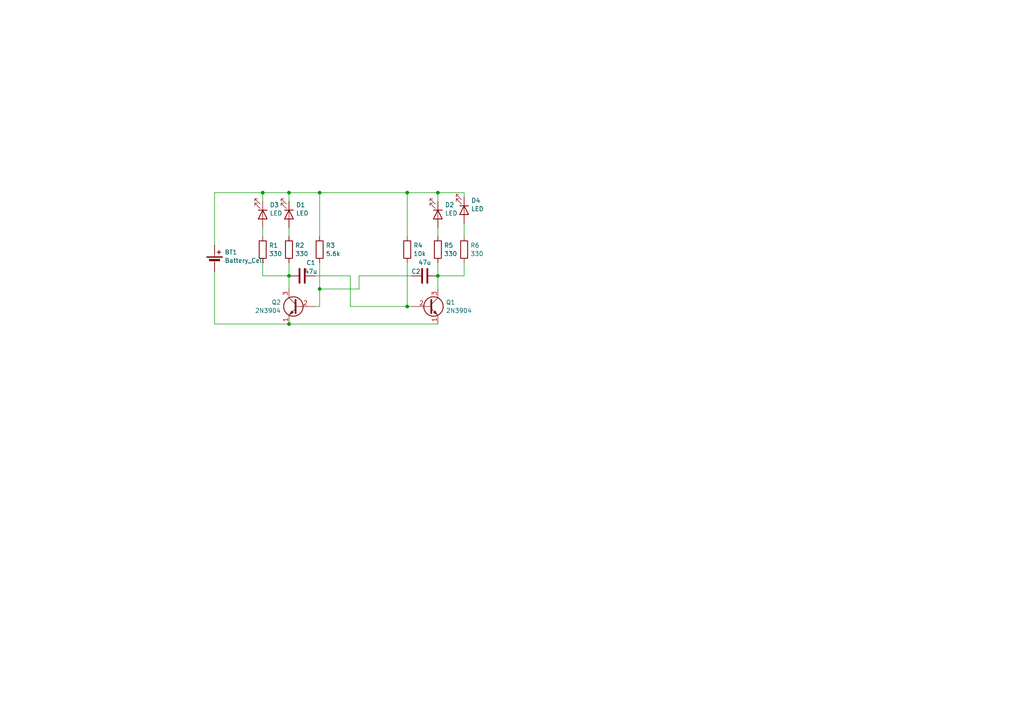
<source format=kicad_sch>
(kicad_sch (version 20230121) (generator eeschema)

  (uuid 0a078488-cdd6-429c-bf05-369b40636264)

  (paper "A4")

  (lib_symbols
    (symbol "Device:Battery_Cell" (pin_numbers hide) (pin_names (offset 0) hide) (in_bom yes) (on_board yes)
      (property "Reference" "BT" (at 2.54 2.54 0)
        (effects (font (size 1.27 1.27)) (justify left))
      )
      (property "Value" "Battery_Cell" (at 2.54 0 0)
        (effects (font (size 1.27 1.27)) (justify left))
      )
      (property "Footprint" "" (at 0 1.524 90)
        (effects (font (size 1.27 1.27)) hide)
      )
      (property "Datasheet" "~" (at 0 1.524 90)
        (effects (font (size 1.27 1.27)) hide)
      )
      (property "ki_keywords" "battery cell" (at 0 0 0)
        (effects (font (size 1.27 1.27)) hide)
      )
      (property "ki_description" "Single-cell battery" (at 0 0 0)
        (effects (font (size 1.27 1.27)) hide)
      )
      (symbol "Battery_Cell_0_1"
        (rectangle (start -2.286 1.778) (end 2.286 1.524)
          (stroke (width 0) (type default))
          (fill (type outline))
        )
        (rectangle (start -1.524 1.016) (end 1.524 0.508)
          (stroke (width 0) (type default))
          (fill (type outline))
        )
        (polyline
          (pts
            (xy 0 0.762)
            (xy 0 0)
          )
          (stroke (width 0) (type default))
          (fill (type none))
        )
        (polyline
          (pts
            (xy 0 1.778)
            (xy 0 2.54)
          )
          (stroke (width 0) (type default))
          (fill (type none))
        )
        (polyline
          (pts
            (xy 0.762 3.048)
            (xy 1.778 3.048)
          )
          (stroke (width 0.254) (type default))
          (fill (type none))
        )
        (polyline
          (pts
            (xy 1.27 3.556)
            (xy 1.27 2.54)
          )
          (stroke (width 0.254) (type default))
          (fill (type none))
        )
      )
      (symbol "Battery_Cell_1_1"
        (pin passive line (at 0 5.08 270) (length 2.54)
          (name "+" (effects (font (size 1.27 1.27))))
          (number "1" (effects (font (size 1.27 1.27))))
        )
        (pin passive line (at 0 -2.54 90) (length 2.54)
          (name "-" (effects (font (size 1.27 1.27))))
          (number "2" (effects (font (size 1.27 1.27))))
        )
      )
    )
    (symbol "Device:C" (pin_numbers hide) (pin_names (offset 0.254)) (in_bom yes) (on_board yes)
      (property "Reference" "C" (at 0.635 2.54 0)
        (effects (font (size 1.27 1.27)) (justify left))
      )
      (property "Value" "C" (at 0.635 -2.54 0)
        (effects (font (size 1.27 1.27)) (justify left))
      )
      (property "Footprint" "" (at 0.9652 -3.81 0)
        (effects (font (size 1.27 1.27)) hide)
      )
      (property "Datasheet" "~" (at 0 0 0)
        (effects (font (size 1.27 1.27)) hide)
      )
      (property "ki_keywords" "cap capacitor" (at 0 0 0)
        (effects (font (size 1.27 1.27)) hide)
      )
      (property "ki_description" "Unpolarized capacitor" (at 0 0 0)
        (effects (font (size 1.27 1.27)) hide)
      )
      (property "ki_fp_filters" "C_*" (at 0 0 0)
        (effects (font (size 1.27 1.27)) hide)
      )
      (symbol "C_0_1"
        (polyline
          (pts
            (xy -2.032 -0.762)
            (xy 2.032 -0.762)
          )
          (stroke (width 0.508) (type default))
          (fill (type none))
        )
        (polyline
          (pts
            (xy -2.032 0.762)
            (xy 2.032 0.762)
          )
          (stroke (width 0.508) (type default))
          (fill (type none))
        )
      )
      (symbol "C_1_1"
        (pin passive line (at 0 3.81 270) (length 2.794)
          (name "~" (effects (font (size 1.27 1.27))))
          (number "1" (effects (font (size 1.27 1.27))))
        )
        (pin passive line (at 0 -3.81 90) (length 2.794)
          (name "~" (effects (font (size 1.27 1.27))))
          (number "2" (effects (font (size 1.27 1.27))))
        )
      )
    )
    (symbol "Device:LED" (pin_numbers hide) (pin_names (offset 1.016) hide) (in_bom yes) (on_board yes)
      (property "Reference" "D" (at 0 2.54 0)
        (effects (font (size 1.27 1.27)))
      )
      (property "Value" "LED" (at 0 -2.54 0)
        (effects (font (size 1.27 1.27)))
      )
      (property "Footprint" "" (at 0 0 0)
        (effects (font (size 1.27 1.27)) hide)
      )
      (property "Datasheet" "~" (at 0 0 0)
        (effects (font (size 1.27 1.27)) hide)
      )
      (property "ki_keywords" "LED diode" (at 0 0 0)
        (effects (font (size 1.27 1.27)) hide)
      )
      (property "ki_description" "Light emitting diode" (at 0 0 0)
        (effects (font (size 1.27 1.27)) hide)
      )
      (property "ki_fp_filters" "LED* LED_SMD:* LED_THT:*" (at 0 0 0)
        (effects (font (size 1.27 1.27)) hide)
      )
      (symbol "LED_0_1"
        (polyline
          (pts
            (xy -1.27 -1.27)
            (xy -1.27 1.27)
          )
          (stroke (width 0.254) (type default))
          (fill (type none))
        )
        (polyline
          (pts
            (xy -1.27 0)
            (xy 1.27 0)
          )
          (stroke (width 0) (type default))
          (fill (type none))
        )
        (polyline
          (pts
            (xy 1.27 -1.27)
            (xy 1.27 1.27)
            (xy -1.27 0)
            (xy 1.27 -1.27)
          )
          (stroke (width 0.254) (type default))
          (fill (type none))
        )
        (polyline
          (pts
            (xy -3.048 -0.762)
            (xy -4.572 -2.286)
            (xy -3.81 -2.286)
            (xy -4.572 -2.286)
            (xy -4.572 -1.524)
          )
          (stroke (width 0) (type default))
          (fill (type none))
        )
        (polyline
          (pts
            (xy -1.778 -0.762)
            (xy -3.302 -2.286)
            (xy -2.54 -2.286)
            (xy -3.302 -2.286)
            (xy -3.302 -1.524)
          )
          (stroke (width 0) (type default))
          (fill (type none))
        )
      )
      (symbol "LED_1_1"
        (pin passive line (at -3.81 0 0) (length 2.54)
          (name "K" (effects (font (size 1.27 1.27))))
          (number "1" (effects (font (size 1.27 1.27))))
        )
        (pin passive line (at 3.81 0 180) (length 2.54)
          (name "A" (effects (font (size 1.27 1.27))))
          (number "2" (effects (font (size 1.27 1.27))))
        )
      )
    )
    (symbol "Device:R" (pin_numbers hide) (pin_names (offset 0)) (in_bom yes) (on_board yes)
      (property "Reference" "R" (at 2.032 0 90)
        (effects (font (size 1.27 1.27)))
      )
      (property "Value" "R" (at 0 0 90)
        (effects (font (size 1.27 1.27)))
      )
      (property "Footprint" "" (at -1.778 0 90)
        (effects (font (size 1.27 1.27)) hide)
      )
      (property "Datasheet" "~" (at 0 0 0)
        (effects (font (size 1.27 1.27)) hide)
      )
      (property "ki_keywords" "R res resistor" (at 0 0 0)
        (effects (font (size 1.27 1.27)) hide)
      )
      (property "ki_description" "Resistor" (at 0 0 0)
        (effects (font (size 1.27 1.27)) hide)
      )
      (property "ki_fp_filters" "R_*" (at 0 0 0)
        (effects (font (size 1.27 1.27)) hide)
      )
      (symbol "R_0_1"
        (rectangle (start -1.016 -2.54) (end 1.016 2.54)
          (stroke (width 0.254) (type default))
          (fill (type none))
        )
      )
      (symbol "R_1_1"
        (pin passive line (at 0 3.81 270) (length 1.27)
          (name "~" (effects (font (size 1.27 1.27))))
          (number "1" (effects (font (size 1.27 1.27))))
        )
        (pin passive line (at 0 -3.81 90) (length 1.27)
          (name "~" (effects (font (size 1.27 1.27))))
          (number "2" (effects (font (size 1.27 1.27))))
        )
      )
    )
    (symbol "Transistor_BJT:2N3904" (pin_names (offset 0) hide) (in_bom yes) (on_board yes)
      (property "Reference" "Q" (at 5.08 1.905 0)
        (effects (font (size 1.27 1.27)) (justify left))
      )
      (property "Value" "2N3904" (at 5.08 0 0)
        (effects (font (size 1.27 1.27)) (justify left))
      )
      (property "Footprint" "Package_TO_SOT_THT:TO-92_Inline" (at 5.08 -1.905 0)
        (effects (font (size 1.27 1.27) italic) (justify left) hide)
      )
      (property "Datasheet" "https://www.onsemi.com/pub/Collateral/2N3903-D.PDF" (at 0 0 0)
        (effects (font (size 1.27 1.27)) (justify left) hide)
      )
      (property "ki_keywords" "NPN Transistor" (at 0 0 0)
        (effects (font (size 1.27 1.27)) hide)
      )
      (property "ki_description" "0.2A Ic, 40V Vce, Small Signal NPN Transistor, TO-92" (at 0 0 0)
        (effects (font (size 1.27 1.27)) hide)
      )
      (property "ki_fp_filters" "TO?92*" (at 0 0 0)
        (effects (font (size 1.27 1.27)) hide)
      )
      (symbol "2N3904_0_1"
        (polyline
          (pts
            (xy 0.635 0.635)
            (xy 2.54 2.54)
          )
          (stroke (width 0) (type default))
          (fill (type none))
        )
        (polyline
          (pts
            (xy 0.635 -0.635)
            (xy 2.54 -2.54)
            (xy 2.54 -2.54)
          )
          (stroke (width 0) (type default))
          (fill (type none))
        )
        (polyline
          (pts
            (xy 0.635 1.905)
            (xy 0.635 -1.905)
            (xy 0.635 -1.905)
          )
          (stroke (width 0.508) (type default))
          (fill (type none))
        )
        (polyline
          (pts
            (xy 1.27 -1.778)
            (xy 1.778 -1.27)
            (xy 2.286 -2.286)
            (xy 1.27 -1.778)
            (xy 1.27 -1.778)
          )
          (stroke (width 0) (type default))
          (fill (type outline))
        )
        (circle (center 1.27 0) (radius 2.8194)
          (stroke (width 0.254) (type default))
          (fill (type none))
        )
      )
      (symbol "2N3904_1_1"
        (pin passive line (at 2.54 -5.08 90) (length 2.54)
          (name "E" (effects (font (size 1.27 1.27))))
          (number "1" (effects (font (size 1.27 1.27))))
        )
        (pin passive line (at -5.08 0 0) (length 5.715)
          (name "B" (effects (font (size 1.27 1.27))))
          (number "2" (effects (font (size 1.27 1.27))))
        )
        (pin passive line (at 2.54 5.08 270) (length 2.54)
          (name "C" (effects (font (size 1.27 1.27))))
          (number "3" (effects (font (size 1.27 1.27))))
        )
      )
    )
  )

  (junction (at 83.82 55.88) (diameter 0) (color 0 0 0 0)
    (uuid 062d7e06-93fb-4de2-ab9e-56f8527c0f6a)
  )
  (junction (at 118.11 55.88) (diameter 0) (color 0 0 0 0)
    (uuid 251d7ee0-de20-482c-bde5-89831279894c)
  )
  (junction (at 118.11 88.9) (diameter 0) (color 0 0 0 0)
    (uuid 6820f9a5-a3d7-4da2-aab9-7f07eaa334ba)
  )
  (junction (at 92.71 55.88) (diameter 0) (color 0 0 0 0)
    (uuid 731ed750-f69b-40e8-8855-5224f15467ff)
  )
  (junction (at 76.2 55.88) (diameter 0) (color 0 0 0 0)
    (uuid 78542c79-18bf-45d0-8af3-e5731bb129a2)
  )
  (junction (at 92.71 83.82) (diameter 0) (color 0 0 0 0)
    (uuid 92a443df-1b64-475a-93bb-d6578b91132e)
  )
  (junction (at 127 80.01) (diameter 0) (color 0 0 0 0)
    (uuid aef3c195-538c-45ea-bbc2-3520519fdab0)
  )
  (junction (at 127 55.88) (diameter 0) (color 0 0 0 0)
    (uuid bb9ca60c-b59b-49e9-9576-d86c6f70c663)
  )
  (junction (at 83.82 93.98) (diameter 0) (color 0 0 0 0)
    (uuid f1a9f45f-2f4c-430b-9e6f-42da2a1763fe)
  )
  (junction (at 83.82 80.01) (diameter 0) (color 0 0 0 0)
    (uuid f662c41a-f995-441e-b1ac-81b698bbd7a8)
  )

  (wire (pts (xy 127 55.88) (xy 134.62 55.88))
    (stroke (width 0) (type default))
    (uuid 1111b4b2-f7ae-4346-824a-ca846628cdd2)
  )
  (wire (pts (xy 83.82 66.04) (xy 83.82 68.58))
    (stroke (width 0) (type default))
    (uuid 146a35ac-1a79-4997-9fc2-38e1c60c90e9)
  )
  (wire (pts (xy 83.82 93.98) (xy 62.23 93.98))
    (stroke (width 0) (type default))
    (uuid 157b3bfd-a893-4d24-b142-47e1a156a04e)
  )
  (wire (pts (xy 62.23 93.98) (xy 62.23 78.74))
    (stroke (width 0) (type default))
    (uuid 172ff951-7440-4c17-b84e-f9497ae80567)
  )
  (wire (pts (xy 92.71 88.9) (xy 92.71 83.82))
    (stroke (width 0) (type default))
    (uuid 181014f7-a802-4507-9220-14cea299e095)
  )
  (wire (pts (xy 127 80.01) (xy 127 83.82))
    (stroke (width 0) (type default))
    (uuid 195abde3-c498-4c60-92ab-2cce0ede9630)
  )
  (wire (pts (xy 127 66.04) (xy 127 68.58))
    (stroke (width 0) (type default))
    (uuid 4199dd37-99e4-46cd-a26b-ea2ea7d6394f)
  )
  (wire (pts (xy 62.23 71.12) (xy 62.23 55.88))
    (stroke (width 0) (type default))
    (uuid 48f93006-8847-4f08-9e8c-8d754ca567e6)
  )
  (wire (pts (xy 104.14 83.82) (xy 104.14 80.01))
    (stroke (width 0) (type default))
    (uuid 4d69228b-a4a1-4d90-b17e-6b2083923044)
  )
  (wire (pts (xy 118.11 55.88) (xy 118.11 68.58))
    (stroke (width 0) (type default))
    (uuid 4ec61da3-23b5-46f7-a53e-72e8b5763a93)
  )
  (wire (pts (xy 92.71 76.2) (xy 92.71 83.82))
    (stroke (width 0) (type default))
    (uuid 5cf58496-b1ca-4ad2-9ae2-6fa49dda1f84)
  )
  (wire (pts (xy 134.62 80.01) (xy 127 80.01))
    (stroke (width 0) (type default))
    (uuid 608e50bc-4be6-4e5a-99b6-4ce77f51b27b)
  )
  (wire (pts (xy 83.82 93.98) (xy 127 93.98))
    (stroke (width 0) (type default))
    (uuid 6992bf46-ad79-4a09-b013-ea32bfa13fba)
  )
  (wire (pts (xy 92.71 55.88) (xy 118.11 55.88))
    (stroke (width 0) (type default))
    (uuid 6a3949dd-81c6-4219-b854-16c8daa48b30)
  )
  (wire (pts (xy 127 76.2) (xy 127 80.01))
    (stroke (width 0) (type default))
    (uuid 6e9e0152-c04e-4b14-9edb-7f706e75c475)
  )
  (wire (pts (xy 83.82 76.2) (xy 83.82 80.01))
    (stroke (width 0) (type default))
    (uuid 6f62aa2f-38b5-4a20-a43f-8630d4d511ae)
  )
  (wire (pts (xy 92.71 55.88) (xy 83.82 55.88))
    (stroke (width 0) (type default))
    (uuid 776a59b9-2afd-4521-a4a7-b7f623b4c262)
  )
  (wire (pts (xy 76.2 80.01) (xy 83.82 80.01))
    (stroke (width 0) (type default))
    (uuid 78a82809-112c-493a-a12c-b91cddb95d8f)
  )
  (wire (pts (xy 118.11 88.9) (xy 119.38 88.9))
    (stroke (width 0) (type default))
    (uuid 7c73b778-7bbe-48a2-93d6-a074c7292f3d)
  )
  (wire (pts (xy 134.62 57.15) (xy 134.62 55.88))
    (stroke (width 0) (type default))
    (uuid 7ebb2f6c-4ab3-480a-9cf5-8176360f3dce)
  )
  (wire (pts (xy 91.44 80.01) (xy 101.6 80.01))
    (stroke (width 0) (type default))
    (uuid 8195a8c7-5452-4d30-91e9-131c2135ef18)
  )
  (wire (pts (xy 76.2 55.88) (xy 83.82 55.88))
    (stroke (width 0) (type default))
    (uuid 8231374b-10af-44f4-8509-9bc56c38fafc)
  )
  (wire (pts (xy 83.82 55.88) (xy 83.82 58.42))
    (stroke (width 0) (type default))
    (uuid 95acf184-e6fc-4957-a4dd-e2408da7e59d)
  )
  (wire (pts (xy 118.11 55.88) (xy 127 55.88))
    (stroke (width 0) (type default))
    (uuid 9a9859e1-43df-4071-8ec4-1a1a0dd3b519)
  )
  (wire (pts (xy 76.2 66.04) (xy 76.2 68.58))
    (stroke (width 0) (type default))
    (uuid aa947dee-b482-45bc-9cfd-81b22b75e36d)
  )
  (wire (pts (xy 91.44 88.9) (xy 92.71 88.9))
    (stroke (width 0) (type default))
    (uuid ac240476-b7d4-4002-809c-e357bcaad82c)
  )
  (wire (pts (xy 134.62 64.77) (xy 134.62 68.58))
    (stroke (width 0) (type default))
    (uuid b13ad88f-bed6-4d18-8e73-498638e3a207)
  )
  (wire (pts (xy 62.23 55.88) (xy 76.2 55.88))
    (stroke (width 0) (type default))
    (uuid b19e7225-7fff-4ace-a26a-616dd1ec7663)
  )
  (wire (pts (xy 127 58.42) (xy 127 55.88))
    (stroke (width 0) (type default))
    (uuid b5574a81-8b3d-485d-b820-ce95baf57f48)
  )
  (wire (pts (xy 101.6 80.01) (xy 101.6 88.9))
    (stroke (width 0) (type default))
    (uuid d2f2460b-8b9a-4b9f-a05d-ca38714a4f35)
  )
  (wire (pts (xy 118.11 76.2) (xy 118.11 88.9))
    (stroke (width 0) (type default))
    (uuid d86f794d-9780-49dd-b793-66349c037662)
  )
  (wire (pts (xy 76.2 58.42) (xy 76.2 55.88))
    (stroke (width 0) (type default))
    (uuid d959e536-ec5b-413b-830b-85ff85ea25f8)
  )
  (wire (pts (xy 134.62 76.2) (xy 134.62 80.01))
    (stroke (width 0) (type default))
    (uuid da118034-be5e-47fc-b1b4-6824b868e24c)
  )
  (wire (pts (xy 92.71 68.58) (xy 92.71 55.88))
    (stroke (width 0) (type default))
    (uuid e426c83f-6b1d-4b7a-bbf8-b53e462fd387)
  )
  (wire (pts (xy 101.6 88.9) (xy 118.11 88.9))
    (stroke (width 0) (type default))
    (uuid e8735328-5548-4900-951e-d90270513d5b)
  )
  (wire (pts (xy 76.2 76.2) (xy 76.2 80.01))
    (stroke (width 0) (type default))
    (uuid ea9bfebf-eb80-4172-bc97-3fe5cdda38da)
  )
  (wire (pts (xy 92.71 83.82) (xy 104.14 83.82))
    (stroke (width 0) (type default))
    (uuid f5898147-e553-4697-82af-5e3756f5d019)
  )
  (wire (pts (xy 104.14 80.01) (xy 119.38 80.01))
    (stroke (width 0) (type default))
    (uuid faf2280f-155f-4b08-8625-4687b7e25a8f)
  )
  (wire (pts (xy 83.82 80.01) (xy 83.82 83.82))
    (stroke (width 0) (type default))
    (uuid fcf9211b-ee85-45c2-ac0e-2876e7e2a834)
  )

  (symbol (lib_id "Device:LED") (at 83.82 62.23 270) (unit 1)
    (in_bom yes) (on_board yes) (dnp no) (fields_autoplaced)
    (uuid 04601e0e-67dd-4543-bc4c-d6a704996a80)
    (property "Reference" "D1" (at 85.852 59.4304 90)
      (effects (font (size 1.27 1.27)) (justify left))
    )
    (property "Value" "LED" (at 85.852 61.8546 90)
      (effects (font (size 1.27 1.27)) (justify left))
    )
    (property "Footprint" "LED_THT:LED_D3.0mm" (at 83.82 62.23 0)
      (effects (font (size 1.27 1.27)) hide)
    )
    (property "Datasheet" "~" (at 83.82 62.23 0)
      (effects (font (size 1.27 1.27)) hide)
    )
    (pin "1" (uuid a0052868-3de5-4413-8526-431e041cacbd))
    (pin "2" (uuid 06f55daf-d4d9-4a00-8fed-a9608878e870))
    (instances
      (project "Badge"
        (path "/0a078488-cdd6-429c-bf05-369b40636264"
          (reference "D1") (unit 1)
        )
      )
    )
  )

  (symbol (lib_id "Device:R") (at 92.71 72.39 0) (unit 1)
    (in_bom yes) (on_board yes) (dnp no) (fields_autoplaced)
    (uuid 0d109f23-e69f-41b9-acf5-406a6bfc3175)
    (property "Reference" "R3" (at 94.488 71.1779 0)
      (effects (font (size 1.27 1.27)) (justify left))
    )
    (property "Value" "5.6k" (at 94.488 73.6021 0)
      (effects (font (size 1.27 1.27)) (justify left))
    )
    (property "Footprint" "Resistor_THT:R_Axial_DIN0204_L3.6mm_D1.6mm_P7.62mm_Horizontal" (at 90.932 72.39 90)
      (effects (font (size 1.27 1.27)) hide)
    )
    (property "Datasheet" "~" (at 92.71 72.39 0)
      (effects (font (size 1.27 1.27)) hide)
    )
    (pin "1" (uuid 97dded6c-9969-4bb4-9f78-4fb15745214a))
    (pin "2" (uuid fa6d19d6-50f1-40f0-8efe-40144a5b3952))
    (instances
      (project "Badge"
        (path "/0a078488-cdd6-429c-bf05-369b40636264"
          (reference "R3") (unit 1)
        )
      )
    )
  )

  (symbol (lib_id "Device:R") (at 118.11 72.39 0) (unit 1)
    (in_bom yes) (on_board yes) (dnp no) (fields_autoplaced)
    (uuid 1362d961-b466-466c-abca-2b7a9039a71f)
    (property "Reference" "R4" (at 119.888 71.1779 0)
      (effects (font (size 1.27 1.27)) (justify left))
    )
    (property "Value" "10k" (at 119.888 73.6021 0)
      (effects (font (size 1.27 1.27)) (justify left))
    )
    (property "Footprint" "Resistor_THT:R_Axial_DIN0204_L3.6mm_D1.6mm_P7.62mm_Horizontal" (at 116.332 72.39 90)
      (effects (font (size 1.27 1.27)) hide)
    )
    (property "Datasheet" "~" (at 118.11 72.39 0)
      (effects (font (size 1.27 1.27)) hide)
    )
    (pin "1" (uuid 0e58f37f-200e-426b-bb55-7028f111b520))
    (pin "2" (uuid 40f5a4b8-9bad-4ce1-acb2-b25cf392d6ec))
    (instances
      (project "Badge"
        (path "/0a078488-cdd6-429c-bf05-369b40636264"
          (reference "R4") (unit 1)
        )
      )
    )
  )

  (symbol (lib_id "Device:R") (at 83.82 72.39 0) (unit 1)
    (in_bom yes) (on_board yes) (dnp no) (fields_autoplaced)
    (uuid 2bf05a3e-9525-4406-b1c8-845caafe961e)
    (property "Reference" "R2" (at 85.598 71.1779 0)
      (effects (font (size 1.27 1.27)) (justify left))
    )
    (property "Value" "330" (at 85.598 73.6021 0)
      (effects (font (size 1.27 1.27)) (justify left))
    )
    (property "Footprint" "Resistor_THT:R_Axial_DIN0204_L3.6mm_D1.6mm_P7.62mm_Horizontal" (at 82.042 72.39 90)
      (effects (font (size 1.27 1.27)) hide)
    )
    (property "Datasheet" "~" (at 83.82 72.39 0)
      (effects (font (size 1.27 1.27)) hide)
    )
    (pin "1" (uuid 30c00124-056a-42de-a9ae-9e14b7aed833))
    (pin "2" (uuid dd5b4764-a489-4f25-8e01-060db2596e2e))
    (instances
      (project "Badge"
        (path "/0a078488-cdd6-429c-bf05-369b40636264"
          (reference "R2") (unit 1)
        )
      )
    )
  )

  (symbol (lib_id "Device:C") (at 123.19 80.01 90) (unit 1)
    (in_bom yes) (on_board yes) (dnp no)
    (uuid 5c11ab8c-1503-45f2-9d51-2c315c5ec77a)
    (property "Reference" "C2" (at 120.65 78.74 90)
      (effects (font (size 1.27 1.27)))
    )
    (property "Value" "47u" (at 123.19 76.1309 90)
      (effects (font (size 1.27 1.27)))
    )
    (property "Footprint" "Capacitor_THT:CP_Radial_D5.0mm_P2.50mm" (at 127 79.0448 0)
      (effects (font (size 1.27 1.27)) hide)
    )
    (property "Datasheet" "~" (at 123.19 80.01 0)
      (effects (font (size 1.27 1.27)) hide)
    )
    (pin "1" (uuid 4a5b3822-21f4-4d77-9b9b-a384fe147303))
    (pin "2" (uuid 1d08c1ee-5300-45eb-8c29-8aa40082bbdc))
    (instances
      (project "Badge"
        (path "/0a078488-cdd6-429c-bf05-369b40636264"
          (reference "C2") (unit 1)
        )
      )
    )
  )

  (symbol (lib_id "Device:LED") (at 127 62.23 270) (unit 1)
    (in_bom yes) (on_board yes) (dnp no) (fields_autoplaced)
    (uuid 883209ec-0226-49e7-b799-7075359a4081)
    (property "Reference" "D2" (at 129.032 59.4304 90)
      (effects (font (size 1.27 1.27)) (justify left))
    )
    (property "Value" "LED" (at 129.032 61.8546 90)
      (effects (font (size 1.27 1.27)) (justify left))
    )
    (property "Footprint" "LED_THT:LED_D3.0mm" (at 127 62.23 0)
      (effects (font (size 1.27 1.27)) hide)
    )
    (property "Datasheet" "~" (at 127 62.23 0)
      (effects (font (size 1.27 1.27)) hide)
    )
    (pin "1" (uuid 328d0972-b752-4ae8-86b0-580bbca3ad08))
    (pin "2" (uuid 2222d010-51fc-44c5-b662-f015b555356f))
    (instances
      (project "Badge"
        (path "/0a078488-cdd6-429c-bf05-369b40636264"
          (reference "D2") (unit 1)
        )
      )
    )
  )

  (symbol (lib_id "Device:C") (at 87.63 80.01 90) (unit 1)
    (in_bom yes) (on_board yes) (dnp no)
    (uuid 88f5576a-5903-4636-a749-b08572daa4c6)
    (property "Reference" "C1" (at 90.17 76.2 90)
      (effects (font (size 1.27 1.27)))
    )
    (property "Value" "47u" (at 90.17 78.74 90)
      (effects (font (size 1.27 1.27)))
    )
    (property "Footprint" "Capacitor_THT:CP_Radial_D5.0mm_P2.50mm" (at 91.44 79.0448 0)
      (effects (font (size 1.27 1.27)) hide)
    )
    (property "Datasheet" "~" (at 87.63 80.01 0)
      (effects (font (size 1.27 1.27)) hide)
    )
    (pin "1" (uuid 22da9b18-8d11-4ba0-b57e-c0d9bca2834e))
    (pin "2" (uuid 00e98269-cb23-472c-be8f-20cc0baabce0))
    (instances
      (project "Badge"
        (path "/0a078488-cdd6-429c-bf05-369b40636264"
          (reference "C1") (unit 1)
        )
      )
    )
  )

  (symbol (lib_id "Device:Battery_Cell") (at 62.23 76.2 0) (unit 1)
    (in_bom yes) (on_board yes) (dnp no) (fields_autoplaced)
    (uuid 93615c88-08d1-42f1-baa4-354c164e1c4e)
    (property "Reference" "BT1" (at 65.151 73.1464 0)
      (effects (font (size 1.27 1.27)) (justify left))
    )
    (property "Value" "Battery_Cell" (at 65.151 75.5706 0)
      (effects (font (size 1.27 1.27)) (justify left))
    )
    (property "Footprint" "Battery:BatteryHolder_Keystone_3002_1x2032" (at 62.23 74.676 90)
      (effects (font (size 1.27 1.27)) hide)
    )
    (property "Datasheet" "~" (at 62.23 74.676 90)
      (effects (font (size 1.27 1.27)) hide)
    )
    (pin "1" (uuid 462d7c1c-f2df-4099-a6da-a2f411f69c65))
    (pin "2" (uuid ec08ecc9-f1da-41c1-a5a9-535541d2a366))
    (instances
      (project "Badge"
        (path "/0a078488-cdd6-429c-bf05-369b40636264"
          (reference "BT1") (unit 1)
        )
      )
    )
  )

  (symbol (lib_id "Transistor_BJT:2N3904") (at 86.36 88.9 0) (mirror y) (unit 1)
    (in_bom yes) (on_board yes) (dnp no)
    (uuid a7d44291-4120-4412-aaa2-125773eb57fe)
    (property "Reference" "Q2" (at 81.5086 87.6879 0)
      (effects (font (size 1.27 1.27)) (justify left))
    )
    (property "Value" "2N3904" (at 81.5086 90.1121 0)
      (effects (font (size 1.27 1.27)) (justify left))
    )
    (property "Footprint" "Package_TO_SOT_THT:TO-92_Inline" (at 81.28 90.805 0)
      (effects (font (size 1.27 1.27) italic) (justify left) hide)
    )
    (property "Datasheet" "https://www.onsemi.com/pub/Collateral/2N3903-D.PDF" (at 86.36 88.9 0)
      (effects (font (size 1.27 1.27)) (justify left) hide)
    )
    (pin "1" (uuid 4471ddda-c20a-4b13-9377-21dcf91117d2))
    (pin "2" (uuid 4dea827f-ec83-494d-89b6-492962266a76))
    (pin "3" (uuid 4d4e422a-19fe-4a7a-896a-a020ba0c4934))
    (instances
      (project "Badge"
        (path "/0a078488-cdd6-429c-bf05-369b40636264"
          (reference "Q2") (unit 1)
        )
      )
    )
  )

  (symbol (lib_id "Device:LED") (at 76.2 62.23 270) (unit 1)
    (in_bom yes) (on_board yes) (dnp no) (fields_autoplaced)
    (uuid ababc704-0761-4fbe-a3a9-05ed1dfa0ea6)
    (property "Reference" "D3" (at 78.232 59.4304 90)
      (effects (font (size 1.27 1.27)) (justify left))
    )
    (property "Value" "LED" (at 78.232 61.8546 90)
      (effects (font (size 1.27 1.27)) (justify left))
    )
    (property "Footprint" "LED_THT:LED_D3.0mm" (at 76.2 62.23 0)
      (effects (font (size 1.27 1.27)) hide)
    )
    (property "Datasheet" "~" (at 76.2 62.23 0)
      (effects (font (size 1.27 1.27)) hide)
    )
    (pin "1" (uuid 413a40a8-8341-4853-8c14-e6a8d4fe1337))
    (pin "2" (uuid 22cd1875-5e11-4ad2-820c-7ae683dc150e))
    (instances
      (project "Badge"
        (path "/0a078488-cdd6-429c-bf05-369b40636264"
          (reference "D3") (unit 1)
        )
      )
    )
  )

  (symbol (lib_id "Device:R") (at 127 72.39 0) (unit 1)
    (in_bom yes) (on_board yes) (dnp no) (fields_autoplaced)
    (uuid aeb8ae0c-4d76-479e-b63d-e226b9394d11)
    (property "Reference" "R5" (at 128.778 71.1779 0)
      (effects (font (size 1.27 1.27)) (justify left))
    )
    (property "Value" "330" (at 128.778 73.6021 0)
      (effects (font (size 1.27 1.27)) (justify left))
    )
    (property "Footprint" "Resistor_THT:R_Axial_DIN0204_L3.6mm_D1.6mm_P7.62mm_Horizontal" (at 125.222 72.39 90)
      (effects (font (size 1.27 1.27)) hide)
    )
    (property "Datasheet" "~" (at 127 72.39 0)
      (effects (font (size 1.27 1.27)) hide)
    )
    (pin "1" (uuid 4928aadf-89cd-49af-84d7-2c66cded7653))
    (pin "2" (uuid 9f53c88e-a5df-4ff9-8606-c11c2dff2df5))
    (instances
      (project "Badge"
        (path "/0a078488-cdd6-429c-bf05-369b40636264"
          (reference "R5") (unit 1)
        )
      )
    )
  )

  (symbol (lib_id "Device:LED") (at 134.62 60.96 270) (unit 1)
    (in_bom yes) (on_board yes) (dnp no) (fields_autoplaced)
    (uuid c022db23-4c74-45ed-a4b1-0ff290716902)
    (property "Reference" "D4" (at 136.652 58.1604 90)
      (effects (font (size 1.27 1.27)) (justify left))
    )
    (property "Value" "LED" (at 136.652 60.5846 90)
      (effects (font (size 1.27 1.27)) (justify left))
    )
    (property "Footprint" "LED_THT:LED_D3.0mm" (at 134.62 60.96 0)
      (effects (font (size 1.27 1.27)) hide)
    )
    (property "Datasheet" "~" (at 134.62 60.96 0)
      (effects (font (size 1.27 1.27)) hide)
    )
    (pin "1" (uuid c98dcbd3-fe57-44cf-bf48-89125c28049b))
    (pin "2" (uuid 277fc89b-525e-4749-86bf-c355708d1748))
    (instances
      (project "Badge"
        (path "/0a078488-cdd6-429c-bf05-369b40636264"
          (reference "D4") (unit 1)
        )
      )
    )
  )

  (symbol (lib_id "Device:R") (at 76.2 72.39 0) (unit 1)
    (in_bom yes) (on_board yes) (dnp no) (fields_autoplaced)
    (uuid e2745cdd-e682-47dc-8a37-6eee9ead6740)
    (property "Reference" "R1" (at 77.978 71.1779 0)
      (effects (font (size 1.27 1.27)) (justify left))
    )
    (property "Value" "330" (at 77.978 73.6021 0)
      (effects (font (size 1.27 1.27)) (justify left))
    )
    (property "Footprint" "Resistor_THT:R_Axial_DIN0204_L3.6mm_D1.6mm_P7.62mm_Horizontal" (at 74.422 72.39 90)
      (effects (font (size 1.27 1.27)) hide)
    )
    (property "Datasheet" "~" (at 76.2 72.39 0)
      (effects (font (size 1.27 1.27)) hide)
    )
    (pin "1" (uuid 2aa9ba53-aa62-4a8f-b3dd-8b3ff3572047))
    (pin "2" (uuid 7bbf5a7d-52ca-41d5-b6b0-62bf1618b4c1))
    (instances
      (project "Badge"
        (path "/0a078488-cdd6-429c-bf05-369b40636264"
          (reference "R1") (unit 1)
        )
      )
    )
  )

  (symbol (lib_id "Device:R") (at 134.62 72.39 0) (unit 1)
    (in_bom yes) (on_board yes) (dnp no) (fields_autoplaced)
    (uuid f105cd80-d038-4878-ad40-46c8e09ba943)
    (property "Reference" "R6" (at 136.398 71.1779 0)
      (effects (font (size 1.27 1.27)) (justify left))
    )
    (property "Value" "330" (at 136.398 73.6021 0)
      (effects (font (size 1.27 1.27)) (justify left))
    )
    (property "Footprint" "Resistor_THT:R_Axial_DIN0204_L3.6mm_D1.6mm_P7.62mm_Horizontal" (at 132.842 72.39 90)
      (effects (font (size 1.27 1.27)) hide)
    )
    (property "Datasheet" "~" (at 134.62 72.39 0)
      (effects (font (size 1.27 1.27)) hide)
    )
    (pin "1" (uuid 852df131-77de-453b-8c19-f841354bec2c))
    (pin "2" (uuid f075520d-2372-46ae-994b-32a84a1591fc))
    (instances
      (project "Badge"
        (path "/0a078488-cdd6-429c-bf05-369b40636264"
          (reference "R6") (unit 1)
        )
      )
    )
  )

  (symbol (lib_id "Transistor_BJT:2N3904") (at 124.46 88.9 0) (unit 1)
    (in_bom yes) (on_board yes) (dnp no) (fields_autoplaced)
    (uuid fb9c353f-c66d-427a-b7a0-69d605d71142)
    (property "Reference" "Q1" (at 129.3114 87.6879 0)
      (effects (font (size 1.27 1.27)) (justify left))
    )
    (property "Value" "2N3904" (at 129.3114 90.1121 0)
      (effects (font (size 1.27 1.27)) (justify left))
    )
    (property "Footprint" "Package_TO_SOT_THT:TO-92_Inline" (at 129.54 90.805 0)
      (effects (font (size 1.27 1.27) italic) (justify left) hide)
    )
    (property "Datasheet" "https://www.onsemi.com/pub/Collateral/2N3903-D.PDF" (at 124.46 88.9 0)
      (effects (font (size 1.27 1.27)) (justify left) hide)
    )
    (pin "1" (uuid 71fd1d29-fa48-4d81-9699-edff61bcfb57))
    (pin "2" (uuid 9a829fa9-f261-43d2-a989-cfa2e4a64838))
    (pin "3" (uuid aea704df-3738-49a6-a953-dc50771a9393))
    (instances
      (project "Badge"
        (path "/0a078488-cdd6-429c-bf05-369b40636264"
          (reference "Q1") (unit 1)
        )
      )
    )
  )

  (sheet_instances
    (path "/" (page "1"))
  )
)

</source>
